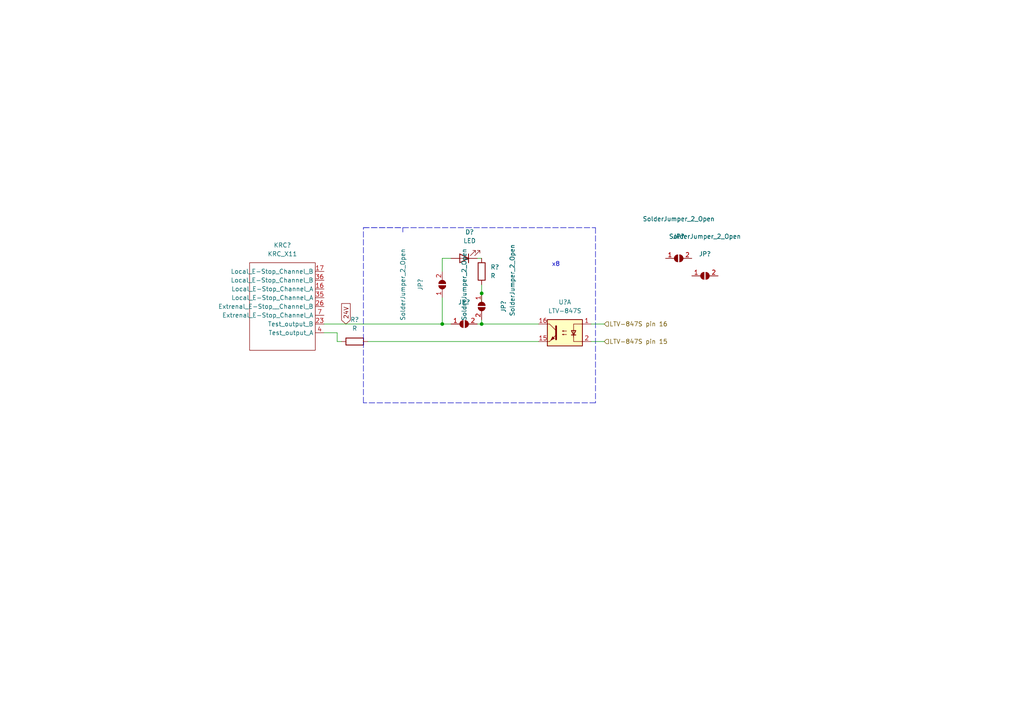
<source format=kicad_sch>
(kicad_sch (version 20211123) (generator eeschema)

  (uuid 835d5925-7a8c-4487-9676-e20821c68970)

  (paper "A4")

  (lib_symbols
    (symbol "Device:LED" (pin_numbers hide) (pin_names (offset 1.016) hide) (in_bom yes) (on_board yes)
      (property "Reference" "D" (id 0) (at 0 2.54 0)
        (effects (font (size 1.27 1.27)))
      )
      (property "Value" "LED" (id 1) (at 0 -2.54 0)
        (effects (font (size 1.27 1.27)))
      )
      (property "Footprint" "" (id 2) (at 0 0 0)
        (effects (font (size 1.27 1.27)) hide)
      )
      (property "Datasheet" "~" (id 3) (at 0 0 0)
        (effects (font (size 1.27 1.27)) hide)
      )
      (property "ki_keywords" "LED diode" (id 4) (at 0 0 0)
        (effects (font (size 1.27 1.27)) hide)
      )
      (property "ki_description" "Light emitting diode" (id 5) (at 0 0 0)
        (effects (font (size 1.27 1.27)) hide)
      )
      (property "ki_fp_filters" "LED* LED_SMD:* LED_THT:*" (id 6) (at 0 0 0)
        (effects (font (size 1.27 1.27)) hide)
      )
      (symbol "LED_0_1"
        (polyline
          (pts
            (xy -1.27 -1.27)
            (xy -1.27 1.27)
          )
          (stroke (width 0.254) (type default) (color 0 0 0 0))
          (fill (type none))
        )
        (polyline
          (pts
            (xy -1.27 0)
            (xy 1.27 0)
          )
          (stroke (width 0) (type default) (color 0 0 0 0))
          (fill (type none))
        )
        (polyline
          (pts
            (xy 1.27 -1.27)
            (xy 1.27 1.27)
            (xy -1.27 0)
            (xy 1.27 -1.27)
          )
          (stroke (width 0.254) (type default) (color 0 0 0 0))
          (fill (type none))
        )
        (polyline
          (pts
            (xy -3.048 -0.762)
            (xy -4.572 -2.286)
            (xy -3.81 -2.286)
            (xy -4.572 -2.286)
            (xy -4.572 -1.524)
          )
          (stroke (width 0) (type default) (color 0 0 0 0))
          (fill (type none))
        )
        (polyline
          (pts
            (xy -1.778 -0.762)
            (xy -3.302 -2.286)
            (xy -2.54 -2.286)
            (xy -3.302 -2.286)
            (xy -3.302 -1.524)
          )
          (stroke (width 0) (type default) (color 0 0 0 0))
          (fill (type none))
        )
      )
      (symbol "LED_1_1"
        (pin passive line (at -3.81 0 0) (length 2.54)
          (name "K" (effects (font (size 1.27 1.27))))
          (number "1" (effects (font (size 1.27 1.27))))
        )
        (pin passive line (at 3.81 0 180) (length 2.54)
          (name "A" (effects (font (size 1.27 1.27))))
          (number "2" (effects (font (size 1.27 1.27))))
        )
      )
    )
    (symbol "Device:R" (pin_numbers hide) (pin_names (offset 0)) (in_bom yes) (on_board yes)
      (property "Reference" "R" (id 0) (at 2.032 0 90)
        (effects (font (size 1.27 1.27)))
      )
      (property "Value" "R" (id 1) (at 0 0 90)
        (effects (font (size 1.27 1.27)))
      )
      (property "Footprint" "" (id 2) (at -1.778 0 90)
        (effects (font (size 1.27 1.27)) hide)
      )
      (property "Datasheet" "~" (id 3) (at 0 0 0)
        (effects (font (size 1.27 1.27)) hide)
      )
      (property "ki_keywords" "R res resistor" (id 4) (at 0 0 0)
        (effects (font (size 1.27 1.27)) hide)
      )
      (property "ki_description" "Resistor" (id 5) (at 0 0 0)
        (effects (font (size 1.27 1.27)) hide)
      )
      (property "ki_fp_filters" "R_*" (id 6) (at 0 0 0)
        (effects (font (size 1.27 1.27)) hide)
      )
      (symbol "R_0_1"
        (rectangle (start -1.016 -2.54) (end 1.016 2.54)
          (stroke (width 0.254) (type default) (color 0 0 0 0))
          (fill (type none))
        )
      )
      (symbol "R_1_1"
        (pin passive line (at 0 3.81 270) (length 1.27)
          (name "~" (effects (font (size 1.27 1.27))))
          (number "1" (effects (font (size 1.27 1.27))))
        )
        (pin passive line (at 0 -3.81 90) (length 1.27)
          (name "~" (effects (font (size 1.27 1.27))))
          (number "2" (effects (font (size 1.27 1.27))))
        )
      )
    )
    (symbol "Isolator:LTV-847S" (pin_names (offset 1.016)) (in_bom yes) (on_board yes)
      (property "Reference" "U" (id 0) (at -3.81 5.08 0)
        (effects (font (size 1.27 1.27)))
      )
      (property "Value" "LTV-847S" (id 1) (at 0 -5.08 0)
        (effects (font (size 1.27 1.27)))
      )
      (property "Footprint" "Package_DIP:SMDIP-16_W9.53mm" (id 2) (at 0 -7.62 0)
        (effects (font (size 1.27 1.27)) hide)
      )
      (property "Datasheet" "http://www.us.liteon.com/downloads/LTV-817-827-847.PDF" (id 3) (at -15.24 11.43 0)
        (effects (font (size 1.27 1.27)) hide)
      )
      (property "ki_keywords" "NPN DC Optocoupler" (id 4) (at 0 0 0)
        (effects (font (size 1.27 1.27)) hide)
      )
      (property "ki_description" "DC Optocoupler, Vce 35V, CTR 50%, SMDIP-16" (id 5) (at 0 0 0)
        (effects (font (size 1.27 1.27)) hide)
      )
      (property "ki_fp_filters" "SMDIP*W9.53mm*" (id 6) (at 0 0 0)
        (effects (font (size 1.27 1.27)) hide)
      )
      (symbol "LTV-847S_0_1"
        (rectangle (start -5.08 3.81) (end 5.08 -3.81)
          (stroke (width 0.254) (type default) (color 0 0 0 0))
          (fill (type background))
        )
        (polyline
          (pts
            (xy -3.175 -0.635)
            (xy -1.905 -0.635)
          )
          (stroke (width 0.254) (type default) (color 0 0 0 0))
          (fill (type none))
        )
        (polyline
          (pts
            (xy 2.54 0.635)
            (xy 4.445 2.54)
          )
          (stroke (width 0) (type default) (color 0 0 0 0))
          (fill (type none))
        )
        (polyline
          (pts
            (xy 4.445 -2.54)
            (xy 2.54 -0.635)
          )
          (stroke (width 0) (type default) (color 0 0 0 0))
          (fill (type outline))
        )
        (polyline
          (pts
            (xy 4.445 -2.54)
            (xy 5.08 -2.54)
          )
          (stroke (width 0) (type default) (color 0 0 0 0))
          (fill (type none))
        )
        (polyline
          (pts
            (xy 4.445 2.54)
            (xy 5.08 2.54)
          )
          (stroke (width 0) (type default) (color 0 0 0 0))
          (fill (type none))
        )
        (polyline
          (pts
            (xy -2.54 -0.635)
            (xy -2.54 -2.54)
            (xy -5.08 -2.54)
          )
          (stroke (width 0) (type default) (color 0 0 0 0))
          (fill (type none))
        )
        (polyline
          (pts
            (xy 2.54 1.905)
            (xy 2.54 -1.905)
            (xy 2.54 -1.905)
          )
          (stroke (width 0.508) (type default) (color 0 0 0 0))
          (fill (type none))
        )
        (polyline
          (pts
            (xy -5.08 2.54)
            (xy -2.54 2.54)
            (xy -2.54 -1.27)
            (xy -2.54 0.635)
          )
          (stroke (width 0) (type default) (color 0 0 0 0))
          (fill (type none))
        )
        (polyline
          (pts
            (xy -2.54 -0.635)
            (xy -3.175 0.635)
            (xy -1.905 0.635)
            (xy -2.54 -0.635)
          )
          (stroke (width 0.254) (type default) (color 0 0 0 0))
          (fill (type none))
        )
        (polyline
          (pts
            (xy -0.508 -0.508)
            (xy 0.762 -0.508)
            (xy 0.381 -0.635)
            (xy 0.381 -0.381)
            (xy 0.762 -0.508)
          )
          (stroke (width 0) (type default) (color 0 0 0 0))
          (fill (type none))
        )
        (polyline
          (pts
            (xy -0.508 0.508)
            (xy 0.762 0.508)
            (xy 0.381 0.381)
            (xy 0.381 0.635)
            (xy 0.762 0.508)
          )
          (stroke (width 0) (type default) (color 0 0 0 0))
          (fill (type none))
        )
        (polyline
          (pts
            (xy 3.048 -1.651)
            (xy 3.556 -1.143)
            (xy 4.064 -2.159)
            (xy 3.048 -1.651)
            (xy 3.048 -1.651)
          )
          (stroke (width 0) (type default) (color 0 0 0 0))
          (fill (type outline))
        )
      )
      (symbol "LTV-847S_1_1"
        (pin passive line (at -7.62 2.54 0) (length 2.54)
          (name "~" (effects (font (size 1.27 1.27))))
          (number "1" (effects (font (size 1.27 1.27))))
        )
        (pin passive line (at 7.62 -2.54 180) (length 2.54)
          (name "~" (effects (font (size 1.27 1.27))))
          (number "15" (effects (font (size 1.27 1.27))))
        )
        (pin passive line (at 7.62 2.54 180) (length 2.54)
          (name "~" (effects (font (size 1.27 1.27))))
          (number "16" (effects (font (size 1.27 1.27))))
        )
        (pin passive line (at -7.62 -2.54 0) (length 2.54)
          (name "~" (effects (font (size 1.27 1.27))))
          (number "2" (effects (font (size 1.27 1.27))))
        )
      )
      (symbol "LTV-847S_2_1"
        (pin passive line (at 7.62 -2.54 180) (length 2.54)
          (name "~" (effects (font (size 1.27 1.27))))
          (number "13" (effects (font (size 1.27 1.27))))
        )
        (pin passive line (at 7.62 2.54 180) (length 2.54)
          (name "~" (effects (font (size 1.27 1.27))))
          (number "14" (effects (font (size 1.27 1.27))))
        )
        (pin passive line (at -7.62 2.54 0) (length 2.54)
          (name "~" (effects (font (size 1.27 1.27))))
          (number "3" (effects (font (size 1.27 1.27))))
        )
        (pin passive line (at -7.62 -2.54 0) (length 2.54)
          (name "~" (effects (font (size 1.27 1.27))))
          (number "4" (effects (font (size 1.27 1.27))))
        )
      )
      (symbol "LTV-847S_3_1"
        (pin passive line (at 7.62 -2.54 180) (length 2.54)
          (name "~" (effects (font (size 1.27 1.27))))
          (number "11" (effects (font (size 1.27 1.27))))
        )
        (pin passive line (at 7.62 2.54 180) (length 2.54)
          (name "~" (effects (font (size 1.27 1.27))))
          (number "12" (effects (font (size 1.27 1.27))))
        )
        (pin passive line (at -7.62 2.54 0) (length 2.54)
          (name "~" (effects (font (size 1.27 1.27))))
          (number "5" (effects (font (size 1.27 1.27))))
        )
        (pin passive line (at -7.62 -2.54 0) (length 2.54)
          (name "~" (effects (font (size 1.27 1.27))))
          (number "6" (effects (font (size 1.27 1.27))))
        )
      )
      (symbol "LTV-847S_4_1"
        (pin passive line (at 7.62 2.54 180) (length 2.54)
          (name "~" (effects (font (size 1.27 1.27))))
          (number "10" (effects (font (size 1.27 1.27))))
        )
        (pin passive line (at -7.62 2.54 0) (length 2.54)
          (name "~" (effects (font (size 1.27 1.27))))
          (number "7" (effects (font (size 1.27 1.27))))
        )
        (pin passive line (at -7.62 -2.54 0) (length 2.54)
          (name "~" (effects (font (size 1.27 1.27))))
          (number "8" (effects (font (size 1.27 1.27))))
        )
        (pin passive line (at 7.62 -2.54 180) (length 2.54)
          (name "~" (effects (font (size 1.27 1.27))))
          (number "9" (effects (font (size 1.27 1.27))))
        )
      )
    )
    (symbol "Jumper:SolderJumper_2_Open" (pin_names (offset 0) hide) (in_bom yes) (on_board yes)
      (property "Reference" "JP" (id 0) (at 0 2.032 0)
        (effects (font (size 1.27 1.27)))
      )
      (property "Value" "SolderJumper_2_Open" (id 1) (at 0 -2.54 0)
        (effects (font (size 1.27 1.27)))
      )
      (property "Footprint" "" (id 2) (at 0 0 0)
        (effects (font (size 1.27 1.27)) hide)
      )
      (property "Datasheet" "~" (id 3) (at 0 0 0)
        (effects (font (size 1.27 1.27)) hide)
      )
      (property "ki_keywords" "solder jumper SPST" (id 4) (at 0 0 0)
        (effects (font (size 1.27 1.27)) hide)
      )
      (property "ki_description" "Solder Jumper, 2-pole, open" (id 5) (at 0 0 0)
        (effects (font (size 1.27 1.27)) hide)
      )
      (property "ki_fp_filters" "SolderJumper*Open*" (id 6) (at 0 0 0)
        (effects (font (size 1.27 1.27)) hide)
      )
      (symbol "SolderJumper_2_Open_0_1"
        (arc (start -0.254 1.016) (mid -1.27 0) (end -0.254 -1.016)
          (stroke (width 0) (type default) (color 0 0 0 0))
          (fill (type none))
        )
        (arc (start -0.254 1.016) (mid -1.27 0) (end -0.254 -1.016)
          (stroke (width 0) (type default) (color 0 0 0 0))
          (fill (type outline))
        )
        (polyline
          (pts
            (xy -0.254 1.016)
            (xy -0.254 -1.016)
          )
          (stroke (width 0) (type default) (color 0 0 0 0))
          (fill (type none))
        )
        (polyline
          (pts
            (xy 0.254 1.016)
            (xy 0.254 -1.016)
          )
          (stroke (width 0) (type default) (color 0 0 0 0))
          (fill (type none))
        )
        (arc (start 0.254 -1.016) (mid 1.27 0) (end 0.254 1.016)
          (stroke (width 0) (type default) (color 0 0 0 0))
          (fill (type none))
        )
        (arc (start 0.254 -1.016) (mid 1.27 0) (end 0.254 1.016)
          (stroke (width 0) (type default) (color 0 0 0 0))
          (fill (type outline))
        )
      )
      (symbol "SolderJumper_2_Open_1_1"
        (pin passive line (at -3.81 0 0) (length 2.54)
          (name "A" (effects (font (size 1.27 1.27))))
          (number "1" (effects (font (size 1.27 1.27))))
        )
        (pin passive line (at 3.81 0 180) (length 2.54)
          (name "B" (effects (font (size 1.27 1.27))))
          (number "2" (effects (font (size 1.27 1.27))))
        )
      )
    )
    (symbol "Simbolos PE:KRC_X11" (in_bom yes) (on_board yes)
      (property "Reference" "KRC" (id 0) (at -3.81 -24.13 0)
        (effects (font (size 1.27 1.27)))
      )
      (property "Value" "KRC_X11" (id 1) (at 0 3.81 0)
        (effects (font (size 1.27 1.27)))
      )
      (property "Footprint" "" (id 2) (at 12.7 -19.05 0)
        (effects (font (size 1.27 1.27)) hide)
      )
      (property "Datasheet" "" (id 3) (at 12.7 -19.05 0)
        (effects (font (size 1.27 1.27)) hide)
      )
      (symbol "KRC_X11_0_1"
        (rectangle (start 10.16 -22.86) (end -8.89 2.54)
          (stroke (width 0) (type default) (color 0 0 0 0))
          (fill (type none))
        )
      )
      (symbol "KRC_X11_1_1"
        (pin input line (at 12.7 -5.08 180) (length 2.54)
          (name "Local_E-Stop_Channel_A" (effects (font (size 1.27 1.27))))
          (number "16" (effects (font (size 1.27 1.27))))
        )
        (pin input line (at 12.7 0 180) (length 2.54)
          (name "Local_E-Stop_Channel_B" (effects (font (size 1.27 1.27))))
          (number "17" (effects (font (size 1.27 1.27))))
        )
        (pin input line (at 12.7 -15.24 180) (length 2.54)
          (name "Test_output_B" (effects (font (size 1.27 1.27))))
          (number "23" (effects (font (size 1.27 1.27))))
        )
        (pin input line (at 12.7 -10.16 180) (length 2.54)
          (name "Extrenal_E-Stop__Channel_B" (effects (font (size 1.27 1.27))))
          (number "26" (effects (font (size 1.27 1.27))))
        )
        (pin input line (at 12.7 -7.62 180) (length 2.54)
          (name "Local_E-Stop_Channel_A" (effects (font (size 1.27 1.27))))
          (number "35" (effects (font (size 1.27 1.27))))
        )
        (pin input line (at 12.7 -2.54 180) (length 2.54)
          (name "Local_E-Stop_Channel_B" (effects (font (size 1.27 1.27))))
          (number "36" (effects (font (size 1.27 1.27))))
        )
        (pin input line (at 12.7 -17.78 180) (length 2.54)
          (name "Test_output_A" (effects (font (size 1.27 1.27))))
          (number "4" (effects (font (size 1.27 1.27))))
        )
        (pin input line (at 12.7 -12.7 180) (length 2.54)
          (name "Extrenal_E-Stop_Channel_A" (effects (font (size 1.27 1.27))))
          (number "7" (effects (font (size 1.27 1.27))))
        )
      )
    )
  )

  (junction (at 139.7 93.98) (diameter 0) (color 0 0 0 0)
    (uuid 14bd8e66-6c09-44d9-b89b-dd718f92dd62)
  )
  (junction (at 128.27 93.98) (diameter 0) (color 0 0 0 0)
    (uuid e519093f-4a53-4cd4-b001-fa68b5c830cb)
  )
  (junction (at 139.7 85.09) (diameter 0) (color 0 0 0 0)
    (uuid e8aba89a-db93-4299-aaa4-6a6229cef2d0)
  )

  (polyline (pts (xy 105.41 66.04) (xy 172.72 66.04))
    (stroke (width 0) (type default) (color 0 0 0 0))
    (uuid 06c581da-1883-475f-ad44-fa01d4b502f5)
  )

  (wire (pts (xy 139.7 92.71) (xy 139.7 93.98))
    (stroke (width 0) (type default) (color 0 0 0 0))
    (uuid 06fc9b75-cc54-4bdb-a40a-156d8602c6d7)
  )
  (wire (pts (xy 139.7 93.98) (xy 156.21 93.98))
    (stroke (width 0) (type default) (color 0 0 0 0))
    (uuid 08ba9dc5-db7a-46cb-b35e-37c3b50a82ff)
  )
  (polyline (pts (xy 116.84 66.04) (xy 116.84 67.31))
    (stroke (width 0) (type default) (color 0 0 0 0))
    (uuid 132aa664-53a1-425f-8e84-a0331024bbd1)
  )

  (wire (pts (xy 128.27 86.36) (xy 128.27 93.98))
    (stroke (width 0) (type default) (color 0 0 0 0))
    (uuid 134aeb3b-cac8-4752-969c-a9ddd7ec62ff)
  )
  (polyline (pts (xy 172.72 116.84) (xy 105.41 116.84))
    (stroke (width 0) (type default) (color 0 0 0 0))
    (uuid 17dea327-d992-406e-a54c-3a1d270563f1)
  )
  (polyline (pts (xy 105.41 66.04) (xy 116.84 66.04))
    (stroke (width 0) (type default) (color 0 0 0 0))
    (uuid 2a0be05a-c19e-4198-9710-678b54181728)
  )

  (wire (pts (xy 97.79 96.52) (xy 97.79 99.06))
    (stroke (width 0) (type default) (color 0 0 0 0))
    (uuid 3042e76a-1a15-47fa-9087-011adfcd58ac)
  )
  (wire (pts (xy 139.7 82.55) (xy 139.7 85.09))
    (stroke (width 0) (type default) (color 0 0 0 0))
    (uuid 3dfd6219-18ad-4553-ad5d-1f4a84e858c8)
  )
  (wire (pts (xy 139.7 85.09) (xy 139.7 87.63))
    (stroke (width 0) (type default) (color 0 0 0 0))
    (uuid 44d30ed5-2f39-4bfb-857e-ed46caa7a28e)
  )
  (wire (pts (xy 128.27 74.93) (xy 130.81 74.93))
    (stroke (width 0) (type default) (color 0 0 0 0))
    (uuid 618bb36b-f4eb-4b21-9a6d-95038d6f7e74)
  )
  (wire (pts (xy 93.98 96.52) (xy 97.79 96.52))
    (stroke (width 0) (type default) (color 0 0 0 0))
    (uuid 6867be9b-7a68-433a-875f-fc209553d761)
  )
  (wire (pts (xy 128.27 93.98) (xy 130.81 93.98))
    (stroke (width 0) (type default) (color 0 0 0 0))
    (uuid 6d77617c-0821-4320-a6ca-af62564807b3)
  )
  (polyline (pts (xy 172.72 66.04) (xy 172.72 116.84))
    (stroke (width 0) (type default) (color 0 0 0 0))
    (uuid 832bae54-705b-482b-9b1d-e3fe83ad6c16)
  )

  (wire (pts (xy 99.06 99.06) (xy 97.79 99.06))
    (stroke (width 0) (type default) (color 0 0 0 0))
    (uuid 8d4bf094-8447-430e-8df6-de8c91fb020e)
  )
  (wire (pts (xy 138.43 74.93) (xy 139.7 74.93))
    (stroke (width 0) (type default) (color 0 0 0 0))
    (uuid b8d13680-6db5-47d4-8ee4-3469476a3b19)
  )
  (wire (pts (xy 138.43 93.98) (xy 139.7 93.98))
    (stroke (width 0) (type default) (color 0 0 0 0))
    (uuid bb802e02-c4a8-4e5c-bb61-e24cd03fd067)
  )
  (wire (pts (xy 171.45 93.98) (xy 175.26 93.98))
    (stroke (width 0) (type default) (color 0 0 0 0))
    (uuid c65d0092-e1c3-4cb3-b7c4-e4e536eaadca)
  )
  (wire (pts (xy 128.27 78.74) (xy 128.27 74.93))
    (stroke (width 0) (type default) (color 0 0 0 0))
    (uuid c693c249-7313-4a80-9427-42b968e88db4)
  )
  (wire (pts (xy 106.68 99.06) (xy 156.21 99.06))
    (stroke (width 0) (type default) (color 0 0 0 0))
    (uuid d61e4651-8c4c-46c6-a56c-716b178126f0)
  )
  (wire (pts (xy 171.45 99.06) (xy 175.26 99.06))
    (stroke (width 0) (type default) (color 0 0 0 0))
    (uuid d82ec83e-f3b0-44d0-a18e-cff5edf16f1f)
  )
  (polyline (pts (xy 105.41 116.84) (xy 105.41 66.04))
    (stroke (width 0) (type default) (color 0 0 0 0))
    (uuid e554cf17-deb7-4923-9266-e8dd7979135d)
  )

  (wire (pts (xy 93.98 93.98) (xy 128.27 93.98))
    (stroke (width 0) (type default) (color 0 0 0 0))
    (uuid eea1640f-c9bc-44de-b23e-9153b11c239a)
  )

  (text "x8" (at 160.02 77.47 0)
    (effects (font (size 1.27 1.27)) (justify left bottom))
    (uuid 623c43d1-daa9-4a3a-9ea4-ecf81cd31b0b)
  )

  (global_label "24V" (shape input) (at 100.33 93.98 90) (fields_autoplaced)
    (effects (font (size 1.27 1.27)) (justify left))
    (uuid 0f3ab2a4-086c-4f02-bb32-1367b0eb813b)
    (property "Intersheet References" "${INTERSHEET_REFS}" (id 0) (at 100.2506 88.0593 90)
      (effects (font (size 1.27 1.27)) (justify left) hide)
    )
  )

  (hierarchical_label "LTV-847S pin 16" (shape input) (at 175.26 93.98 0)
    (effects (font (size 1.27 1.27)) (justify left))
    (uuid 676976e2-7cfb-4652-964d-a1fb423ca458)
  )
  (hierarchical_label "LTV-847S pin 15" (shape input) (at 175.26 99.06 0)
    (effects (font (size 1.27 1.27)) (justify left))
    (uuid 9497a84a-7d0f-4d37-a194-98d85c8b569d)
  )

  (symbol (lib_id "Device:R") (at 102.87 99.06 90) (unit 1)
    (in_bom yes) (on_board yes) (fields_autoplaced)
    (uuid 1c3fe24f-d421-4c6c-b3aa-b2df2ba28905)
    (property "Reference" "R?" (id 0) (at 102.87 92.71 90))
    (property "Value" "R" (id 1) (at 102.87 95.25 90))
    (property "Footprint" "" (id 2) (at 102.87 100.838 90)
      (effects (font (size 1.27 1.27)) hide)
    )
    (property "Datasheet" "~" (id 3) (at 102.87 99.06 0)
      (effects (font (size 1.27 1.27)) hide)
    )
    (pin "1" (uuid 5f3af82e-0db3-44ba-84dd-07c9b18f1fd1))
    (pin "2" (uuid 24dd984b-644e-474c-a6f6-d301353ba3f1))
  )

  (symbol (lib_id "Jumper:SolderJumper_2_Open") (at 196.85 74.93 0) (unit 1)
    (in_bom yes) (on_board yes)
    (uuid 35f17293-dc02-4559-8553-10e6b6f2c1af)
    (property "Reference" "JP?" (id 0) (at 196.85 68.58 0))
    (property "Value" "SolderJumper_2_Open" (id 1) (at 196.85 63.5 0))
    (property "Footprint" "" (id 2) (at 196.85 74.93 0)
      (effects (font (size 1.27 1.27)) hide)
    )
    (property "Datasheet" "~" (id 3) (at 196.85 74.93 0)
      (effects (font (size 1.27 1.27)) hide)
    )
    (pin "1" (uuid e7ae29b4-b753-41b0-bb25-6cc476f8ecb3))
    (pin "2" (uuid 80b1166a-262a-49bc-ad08-3c2e7d1b935f))
  )

  (symbol (lib_id "Simbolos PE:KRC_X11") (at 81.28 78.74 0) (unit 1)
    (in_bom yes) (on_board yes) (fields_autoplaced)
    (uuid 59e39c4a-7c59-4841-b364-272b0160acde)
    (property "Reference" "KRC?" (id 0) (at 81.915 71.12 0))
    (property "Value" "KRC_X11" (id 1) (at 81.915 73.66 0))
    (property "Footprint" "" (id 2) (at 93.98 97.79 0)
      (effects (font (size 1.27 1.27)) hide)
    )
    (property "Datasheet" "" (id 3) (at 93.98 97.79 0)
      (effects (font (size 1.27 1.27)) hide)
    )
    (pin "16" (uuid f6e9248e-807a-4c65-a6f3-17bdbdfbfa41))
    (pin "17" (uuid 1c9a2df8-bc78-4a1c-91d7-26653a845ad9))
    (pin "23" (uuid 1198688a-1664-4824-a63a-53e484d9556c))
    (pin "26" (uuid e88f81f8-7ef1-4e7a-988d-e3f5e5d747ed))
    (pin "35" (uuid 1245fe7d-761e-4e4e-b986-02c8556ed102))
    (pin "36" (uuid cc702853-1a12-4368-ae7b-86b4ab2c9d32))
    (pin "4" (uuid b99e4e0d-50fa-48e3-a26e-ac5d5ebc0aa7))
    (pin "7" (uuid d025971a-33a7-4c73-953f-e15132e0a871))
  )

  (symbol (lib_id "Jumper:SolderJumper_2_Open") (at 134.62 93.98 0) (unit 1)
    (in_bom yes) (on_board yes)
    (uuid 60861f9d-d53c-4475-b3d4-1c387ac550e4)
    (property "Reference" "JP?" (id 0) (at 134.62 87.63 0))
    (property "Value" "SolderJumper_2_Open" (id 1) (at 134.62 82.55 90))
    (property "Footprint" "" (id 2) (at 134.62 93.98 0)
      (effects (font (size 1.27 1.27)) hide)
    )
    (property "Datasheet" "~" (id 3) (at 134.62 93.98 0)
      (effects (font (size 1.27 1.27)) hide)
    )
    (pin "1" (uuid ad65cca1-fb89-417a-9fd1-b479c55507f4))
    (pin "2" (uuid 2261cfcf-52c8-4c11-ba4e-0714d89b9129))
  )

  (symbol (lib_id "Jumper:SolderJumper_2_Open") (at 139.7 88.9 270) (unit 1)
    (in_bom yes) (on_board yes)
    (uuid 6a3f8f39-14e6-4c68-a262-035856185699)
    (property "Reference" "JP?" (id 0) (at 146.05 88.9 0))
    (property "Value" "SolderJumper_2_Open" (id 1) (at 148.59 81.28 0))
    (property "Footprint" "" (id 2) (at 139.7 88.9 0)
      (effects (font (size 1.27 1.27)) hide)
    )
    (property "Datasheet" "~" (id 3) (at 139.7 88.9 0)
      (effects (font (size 1.27 1.27)) hide)
    )
    (pin "1" (uuid 980a735e-a893-45ca-ac7c-a51deb4cb7c5))
    (pin "2" (uuid b2cb595c-eed6-4b54-852b-88765f253dcd))
  )

  (symbol (lib_id "Device:R") (at 139.7 78.74 0) (unit 1)
    (in_bom yes) (on_board yes) (fields_autoplaced)
    (uuid 8e9c61f4-5597-45bc-bf73-dc5fbc9eb64a)
    (property "Reference" "R?" (id 0) (at 142.24 77.4699 0)
      (effects (font (size 1.27 1.27)) (justify left))
    )
    (property "Value" "R" (id 1) (at 142.24 80.0099 0)
      (effects (font (size 1.27 1.27)) (justify left))
    )
    (property "Footprint" "" (id 2) (at 137.922 78.74 90)
      (effects (font (size 1.27 1.27)) hide)
    )
    (property "Datasheet" "~" (id 3) (at 139.7 78.74 0)
      (effects (font (size 1.27 1.27)) hide)
    )
    (pin "1" (uuid 31831a52-5089-4c99-b9ca-51cc5cc4e3e6))
    (pin "2" (uuid c48a98f6-0eac-4c7f-8fd8-f3da8d95483d))
  )

  (symbol (lib_id "Isolator:LTV-847S") (at 163.83 96.52 0) (mirror y) (unit 1)
    (in_bom yes) (on_board yes) (fields_autoplaced)
    (uuid 90c97701-f1c6-4d49-a201-823038f3d6b1)
    (property "Reference" "U?" (id 0) (at 163.83 87.63 0))
    (property "Value" "LTV-847S" (id 1) (at 163.83 90.17 0))
    (property "Footprint" "Package_DIP:SMDIP-16_W9.53mm" (id 2) (at 163.83 104.14 0)
      (effects (font (size 1.27 1.27)) hide)
    )
    (property "Datasheet" "http://www.us.liteon.com/downloads/LTV-817-827-847.PDF" (id 3) (at 179.07 85.09 0)
      (effects (font (size 1.27 1.27)) hide)
    )
    (pin "1" (uuid b5022c54-cec6-49cf-80ef-7c2f208fc846))
    (pin "15" (uuid e44985cf-17f5-4084-b8cd-b82a3cf9c32b))
    (pin "16" (uuid 80da9ce4-8f63-48fe-8f26-b768c26eb178))
    (pin "2" (uuid 21ed33aa-2471-48e9-8a56-538a845c7aa7))
    (pin "13" (uuid 61fa0d74-9a68-42f2-8b67-f7bdec73addb))
    (pin "14" (uuid c36fd19e-f85b-40c3-9bef-93e06d64fa02))
    (pin "3" (uuid 4034eeee-0852-4575-86ed-bdfe5370abe7))
    (pin "4" (uuid e6c2fa31-d49f-43cc-9e55-29bcc2587ecd))
    (pin "11" (uuid 0a840d10-a9d6-4711-9b33-9616e602311e))
    (pin "12" (uuid bd1700ad-55ca-43ac-ae2e-dd92550c4c8d))
    (pin "5" (uuid 7f0f3d0b-50df-497d-87d1-ae14dbc72b6a))
    (pin "6" (uuid 361a2b0f-9054-46ac-9709-613f4e68133d))
    (pin "10" (uuid 344015be-dd74-4666-908a-b389e95432dd))
    (pin "7" (uuid 805da6af-4e83-4de0-bbc3-e318f18cd22d))
    (pin "8" (uuid c85ccd72-1ac8-4111-b028-c7ee9ce6c1b3))
    (pin "9" (uuid 051f6d5c-fb0b-4d4d-980d-fa056e870526))
  )

  (symbol (lib_id "Device:LED") (at 134.62 74.93 180) (unit 1)
    (in_bom yes) (on_board yes) (fields_autoplaced)
    (uuid 9f12d254-c125-4c77-a684-73ec141b9eea)
    (property "Reference" "D?" (id 0) (at 136.2075 67.31 0))
    (property "Value" "LED" (id 1) (at 136.2075 69.85 0))
    (property "Footprint" "" (id 2) (at 134.62 74.93 0)
      (effects (font (size 1.27 1.27)) hide)
    )
    (property "Datasheet" "~" (id 3) (at 134.62 74.93 0)
      (effects (font (size 1.27 1.27)) hide)
    )
    (pin "1" (uuid 11582ecc-e030-47a8-95b0-8b2f5859e111))
    (pin "2" (uuid a98b187f-c653-4d4c-9fb1-2b87b9c0ad28))
  )

  (symbol (lib_id "Jumper:SolderJumper_2_Open") (at 128.27 82.55 90) (unit 1)
    (in_bom yes) (on_board yes)
    (uuid bff9799c-9d08-4524-a2a4-41167f559cac)
    (property "Reference" "JP?" (id 0) (at 121.92 82.55 0))
    (property "Value" "SolderJumper_2_Open" (id 1) (at 116.84 82.55 0))
    (property "Footprint" "" (id 2) (at 128.27 82.55 0)
      (effects (font (size 1.27 1.27)) hide)
    )
    (property "Datasheet" "~" (id 3) (at 128.27 82.55 0)
      (effects (font (size 1.27 1.27)) hide)
    )
    (pin "1" (uuid c2cbc317-72ad-4c4b-b175-c13441087cd4))
    (pin "2" (uuid 1f1fdb45-1f17-48e8-b8f6-b9beabb9d98f))
  )

  (symbol (lib_id "Jumper:SolderJumper_2_Open") (at 204.47 80.01 0) (unit 1)
    (in_bom yes) (on_board yes)
    (uuid d29d070a-4e0c-4e40-a98c-ba4062183db4)
    (property "Reference" "JP?" (id 0) (at 204.47 73.66 0))
    (property "Value" "SolderJumper_2_Open" (id 1) (at 204.47 68.58 0))
    (property "Footprint" "" (id 2) (at 204.47 80.01 0)
      (effects (font (size 1.27 1.27)) hide)
    )
    (property "Datasheet" "~" (id 3) (at 204.47 80.01 0)
      (effects (font (size 1.27 1.27)) hide)
    )
    (pin "1" (uuid 5eeac21c-f983-4da7-b8fb-36afc3e02c5f))
    (pin "2" (uuid 080a1919-2e47-4c16-84ea-303766bc5197))
  )
)

</source>
